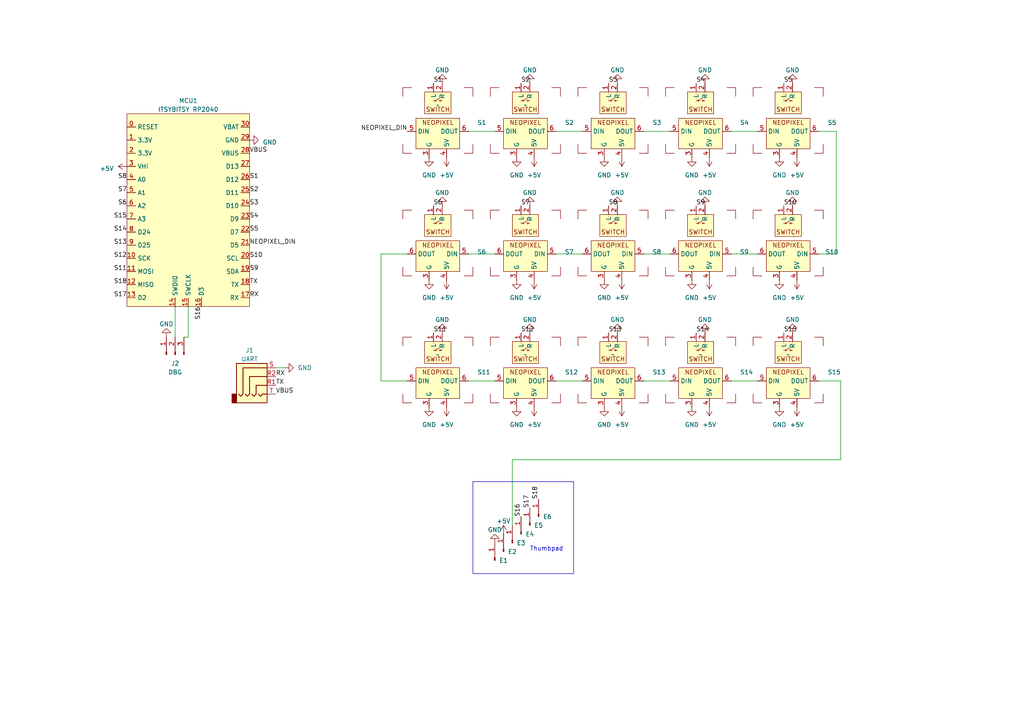
<source format=kicad_sch>
(kicad_sch (version 20230121) (generator eeschema)
  (paper "A4")
  (lib_symbols
    (symbol "Connector:Conn_01x01_Pin" (pin_names (offset 1.016) hide)
      (property "Reference" "J" (at 0 2.54 0))
      (property "Value" "Conn_01x01_Pin" (at 0 -2.54 0))
      (symbol "Conn_01x01_Pin_1_1"
        (polyline (pts (xy 1.27 0) (xy 0.8636 0)) (stroke (width 0.1524)))
        (rectangle (start 0.8636 0.127) (end 0 -0.127) (stroke (width 0.1524)) (fill (type outline)))
        (pin passive line (at 5.08 0 180) (length 3.81) (name "Pin_1") (number "1"))
      )
    )
    (symbol "Connector:Conn_01x03_Pin" (pin_names (offset 1.016) hide)
      (property "Reference" "J" (at 0 5.08 0))
      (property "Value" "Conn_01x03_Pin" (at 0 -5.08 0))
      (symbol "Conn_01x03_Pin_1_1"
        (polyline (pts (xy 1.27 -2.54) (xy 0.8636 -2.54)) (stroke (width 0.1524)))
        (polyline (pts (xy 1.27 0) (xy 0.8636 0)) (stroke (width 0.1524)))
        (polyline (pts (xy 1.27 2.54) (xy 0.8636 2.54)) (stroke (width 0.1524)))
        (rectangle (start 0.8636 -2.413) (end 0 -2.667) (stroke (width 0.1524)) (fill (type outline)))
        (rectangle (start 0.8636 0.127) (end 0 -0.127) (stroke (width 0.1524)) (fill (type outline)))
        (rectangle (start 0.8636 2.667) (end 0 2.413) (stroke (width 0.1524)) (fill (type outline)))
        (pin passive line (at 5.08 2.54 180) (length 3.81) (name "Pin_1") (number "1"))
        (pin passive line (at 5.08 0 180) (length 3.81) (name "Pin_2") (number "2"))
        (pin passive line (at 5.08 -2.54 180) (length 3.81) (name "Pin_3") (number "3"))
      )
    )
    (symbol "Connector_Audio:AudioJack4"
      (property "Reference" "J" (at 0 8.89 0))
      (property "Value" "AudioJack4" (at 0 6.35 0))
      (symbol "AudioJack4_0_1"
        (rectangle (start -6.35 -5.08) (end -7.62 -7.62) (stroke (width 0.254)) (fill (type outline)))
        (polyline (pts (xy 0 -5.08) (xy 0.635 -5.715) (xy 1.27 -5.08) (xy 2.54 -5.08)) (stroke (width 0.254)))
        (polyline (pts (xy -5.715 -5.08) (xy -5.08 -5.715) (xy -4.445 -5.08) (xy -4.445 2.54) (xy 2.54 2.54)) (stroke (width 0.254)))
        (polyline (pts (xy -1.905 -5.08) (xy -1.27 -5.715) (xy -0.635 -5.08) (xy -0.635 -2.54) (xy 2.54 -2.54)) (stroke (width 0.254)))
        (polyline (pts (xy 2.54 0) (xy -2.54 0) (xy -2.54 -5.08) (xy -3.175 -5.715) (xy -3.81 -5.08)) (stroke (width 0.254)))
        (rectangle (start 2.54 3.81) (end -6.35 -7.62) (stroke (width 0.254)) (fill (type background)))
      )
      (symbol "AudioJack4_1_1"
        (pin passive line (at 5.08 -2.54 180) (length 2.54) (name "~") (number "R1"))
        (pin passive line (at 5.08 0 180) (length 2.54) (name "~") (number "R2"))
        (pin passive line (at 5.08 2.54 180) (length 2.54) (name "~") (number "S"))
        (pin passive line (at 5.08 -5.08 180) (length 2.54) (name "~") (number "T"))
      )
    )
    (symbol "library:ITSYBITSY_RP2040"
      (property "Reference" "U1" (at 3.81 41.91 0))
      (property "Value" "ITSYBITSY RP2040" (at 0 11.43 0))
      (symbol "ITSYBITSY_RP2040_1_1"
        (rectangle (start -17.78 39.37) (end 17.78 -16.51) (fill (type background)))
        (pin input line (at -17.78 35.56 0) (length 2.54) (name "RESET") (number "0"))
        (pin power_out line (at -17.78 31.75 0) (length 2.54) (name "3.3V") (number "1"))
        (pin bidirectional line (at -17.78 -2.54 0) (length 2.54) (name "SCK") (number "10"))
        (pin bidirectional line (at -17.78 -6.35 0) (length 2.54) (name "MOSI") (number "11"))
        (pin bidirectional line (at -17.78 -10.16 0) (length 2.54) (name "MISO") (number "12"))
        (pin bidirectional line (at -17.78 -13.97 0) (length 2.54) (name "D2") (number "13"))
        (pin bidirectional line (at -3.81 -16.51 90) (length 2.54) (name "SWDIO") (number "14"))
        (pin bidirectional line (at 0 -16.51 90) (length 2.54) (name "SWCLK") (number "15"))
        (pin bidirectional line (at 3.81 -16.51 90) (length 2.54) (name "D3") (number "16"))
        (pin bidirectional line (at 17.78 -13.97 180) (length 2.54) (name "RX") (number "17"))
        (pin bidirectional line (at 17.78 -10.16 180) (length 2.54) (name "TX") (number "18"))
        (pin bidirectional line (at 17.78 -6.35 180) (length 2.54) (name "SDA") (number "19"))
        (pin power_out line (at -17.78 27.94 0) (length 2.54) (name "3.3V") (number "2"))
        (pin bidirectional line (at 17.78 -2.54 180) (length 2.54) (name "SCL") (number "20"))
        (pin bidirectional line (at 17.78 1.27 180) (length 2.54) (name "D5") (number "21"))
        (pin bidirectional line (at 17.78 5.08 180) (length 2.54) (name "D7") (number "22"))
        (pin bidirectional line (at 17.78 8.89 180) (length 2.54) (name "D9") (number "23"))
        (pin bidirectional line (at 17.78 12.7 180) (length 2.54) (name "D10") (number "24"))
        (pin bidirectional line (at 17.78 16.51 180) (length 2.54) (name "D11") (number "25"))
        (pin bidirectional line (at 17.78 20.32 180) (length 2.54) (name "D12") (number "26"))
        (pin bidirectional line (at 17.78 24.13 180) (length 2.54) (name "D13") (number "27"))
        (pin power_in line (at 17.78 27.94 180) (length 2.54) (name "VBUS") (number "28"))
        (pin power_in line (at 17.78 31.75 180) (length 2.54) (name "GND") (number "29"))
        (pin power_out line (at -17.78 24.13 0) (length 2.54) (name "VHI") (number "3"))
        (pin power_in line (at 17.78 35.56 180) (length 2.54) (name "VBAT") (number "30"))
        (pin bidirectional line (at -17.78 20.32 0) (length 2.54) (name "A0") (number "4"))
        (pin bidirectional line (at -17.78 16.51 0) (length 2.54) (name "A1") (number "5"))
        (pin bidirectional line (at -17.78 12.7 0) (length 2.54) (name "A2") (number "6"))
        (pin bidirectional line (at -17.78 8.89 0) (length 2.54) (name "A3") (number "7"))
        (pin bidirectional line (at -17.78 5.08 0) (length 2.54) (name "D24") (number "8"))
        (pin bidirectional line (at -17.78 1.27 0) (length 2.54) (name "D25") (number "9"))
      )
    )
    (symbol "library:MX_SW_SOCKET_RGB"
      (property "Reference" "S4" (at 11.43 -1.27 0))
      (symbol "MX_SW_SOCKET_RGB_0_1"
        (polyline (pts (xy -1.27 5.08) (xy -0.8247 5.0799)))
        (polyline (pts (xy 1.27 5.08) (xy 0.8247 5.0801)))
        (polyline (pts (xy -10.16 6.35) (xy -10.16 8.89) (xy -7.62 8.89)))
        (polyline (pts (xy -7.62 -10.16) (xy -10.16 -10.16) (xy -10.16 -7.62)))
        (polyline (pts (xy 7.62 8.89) (xy 10.16 8.89) (xy 10.16 6.35)))
        (polyline (pts (xy 10.16 -7.62) (xy 10.16 -10.16) (xy 7.62 -10.16)))
      )
      (symbol "MX_SW_SOCKET_RGB_1_1"
        (rectangle (start -6.35 0) (end 6.35 -8.89) (fill (type background)))
        (rectangle (start -3.81 7.62) (end 3.81 1.27) (fill (type background)))
        (circle (center -0.6173 5.0896) (radius 0.1705))
        (polyline (pts (xy -1.27 5.08) (xy -1.27 7.62)) (stroke (width 0) (type dot)))
        (polyline (pts (xy -0.5184 5.2126) (xy 0.4381 5.7713)))
        (polyline (pts (xy 1.27 7.62) (xy 1.27 5.08)) (stroke (width 0) (type dot)))
        (circle (center 0.6471 5.08) (radius 0.1705))
        (text "NEOPIXEL" (at 0 -1.27 0) (effects (font (size 1.27 1.27))))
        (text "SWITCH" (at 0 2.54 0) (effects (font (size 1.27 1.27))))
        (pin bidirectional line (at -1.27 10.16 270) (length 2.54) (name "L") (number "1"))
        (pin bidirectional line (at 1.27 10.16 270) (length 2.54) (name "R") (number "2"))
        (pin power_in line (at -2.54 -11.43 90) (length 2.54) (name "G") (number "3"))
        (pin power_in line (at 2.54 -11.43 90) (length 2.54) (name "5V") (number "4"))
        (pin input line (at 8.89 -3.81 180) (length 2.54) (name "DIN") (number "5"))
        (pin output line (at -8.89 -3.81 0) (length 2.54) (name "DOUT") (number "6"))
      )
    )
    (symbol "library:MX_SW_SOCKET_RGB_REV"
      (property "Reference" "S6" (at 12.7 -3.2259 0))
      (symbol "MX_SW_SOCKET_RGB_REV_0_1"
        (polyline (pts (xy -1.27 5.08) (xy -0.8247 5.0799)))
        (polyline (pts (xy 1.27 5.08) (xy 0.8247 5.0801)))
        (polyline (pts (xy -10.16 6.35) (xy -10.16 8.89) (xy -7.62 8.89)))
        (polyline (pts (xy -7.62 -10.16) (xy -10.16 -10.16) (xy -10.16 -7.62)))
        (polyline (pts (xy 7.62 8.89) (xy 10.16 8.89) (xy 10.16 6.35)))
        (polyline (pts (xy 10.16 -7.62) (xy 10.16 -10.16) (xy 7.62 -10.16)))
      )
      (symbol "MX_SW_SOCKET_RGB_REV_1_1"
        (rectangle (start -6.35 0) (end 6.35 -8.89) (fill (type background)))
        (rectangle (start -3.81 7.62) (end 3.81 1.27) (fill (type background)))
        (circle (center -0.6173 5.0896) (radius 0.1705))
        (polyline (pts (xy -1.27 5.08) (xy -1.27 7.62)) (stroke (width 0) (type dot)))
        (polyline (pts (xy -0.5184 5.2126) (xy 0.4381 5.7713)))
        (polyline (pts (xy 1.27 7.62) (xy 1.27 5.08)) (stroke (width 0) (type dot)))
        (circle (center 0.6471 5.08) (radius 0.1705))
        (text "NEOPIXEL" (at 0 -1.27 0) (effects (font (size 1.27 1.27))))
        (text "SWITCH" (at 0 2.54 0) (effects (font (size 1.27 1.27))))
        (pin bidirectional line (at -1.27 10.16 270) (length 2.54) (name "L") (number "1"))
        (pin bidirectional line (at 1.27 10.16 270) (length 2.54) (name "R") (number "2"))
        (pin power_in line (at -2.54 -11.43 90) (length 2.54) (name "G") (number "3"))
        (pin power_in line (at 2.54 -11.43 90) (length 2.54) (name "5V") (number "4"))
        (pin input line (at -8.89 -3.81 0) (length 2.54) (name "DIN") (number "5"))
        (pin output line (at 8.89 -3.81 180) (length 2.54) (name "DOUT") (number "6"))
      )
    )
    (symbol "power:+5V" (power) (pin_names (offset 0))
      (property "Value" "+5V" (at 0 3.556 0))
      (symbol "+5V_0_1"
        (polyline (pts (xy -0.762 1.27) (xy 0 2.54)))
        (polyline (pts (xy 0 0) (xy 0 2.54)))
        (polyline (pts (xy 0 2.54) (xy 0.762 1.27)))
      )
      (symbol "+5V_1_1"
        (pin power_in line (at 0 0 90) (length 0) hide (name "+5V") (number "1"))
      )
    )
    (symbol "power:GND" (power) (pin_names (offset 0))
      (property "Value" "GND" (at 0 -3.81 0))
      (symbol "GND_0_1"
        (polyline (pts (xy 0 0) (xy 0 -1.27) (xy 1.27 -1.27) (xy 0 -2.54) (xy -1.27 -1.27) (xy 0 -1.27)))
      )
      (symbol "GND_1_1"
        (pin power_in line (at 0 0 270) (length 0) hide (name "GND") (number "1"))
      )
    )
  )
  (wire (pts (xy 243.84 133.35) (xy 243.84 110.49)))
  (wire (pts (xy 186.69 110.49) (xy 194.31 110.49)))
  (wire (pts (xy 161.29 73.66) (xy 168.91 73.66)))
  (wire (pts (xy 54.61 97.79) (xy 53.34 97.79)))
  (wire (pts (xy 50.8 88.9) (xy 50.8 97.79)))
  (wire (pts (xy 110.49 110.49) (xy 118.11 110.49)))
  (wire (pts (xy 237.49 38.1) (xy 242.57 38.1)))
  (wire (pts (xy 135.89 73.66) (xy 143.51 73.66)))
  (wire (pts (xy 161.29 38.1) (xy 168.91 38.1)))
  (wire (pts (xy 242.57 38.1) (xy 242.57 73.66)))
  (wire (pts (xy 161.29 110.49) (xy 168.91 110.49)))
  (wire (pts (xy 148.59 133.35) (xy 243.84 133.35)))
  (wire (pts (xy 242.57 73.66) (xy 237.49 73.66)))
  (wire (pts (xy 212.09 38.1) (xy 219.71 38.1)))
  (wire (pts (xy 148.59 152.4) (xy 148.59 133.35)))
  (wire (pts (xy 135.89 110.49) (xy 143.51 110.49)))
  (wire (pts (xy 110.49 73.66) (xy 110.49 110.49)))
  (wire (pts (xy 186.69 73.66) (xy 194.31 73.66)))
  (wire (pts (xy 54.61 88.9) (xy 54.61 97.79)))
  (wire (pts (xy 82.55 106.68) (xy 80.01 106.68)))
  (wire (pts (xy 212.09 73.66) (xy 219.71 73.66)))
  (wire (pts (xy 186.69 38.1) (xy 194.31 38.1)))
  (wire (pts (xy 212.09 110.49) (xy 219.71 110.49)))
  (wire (pts (xy 135.89 38.1) (xy 143.51 38.1)))
  (wire (pts (xy 243.84 110.49) (xy 237.49 110.49)))
  (wire (pts (xy 118.11 73.66) (xy 110.49 73.66)))
  (rectangle (start 137.16 139.7) (end 166.37 166.37))
  (text "Thumbpad\n" (at 153.67 160.02 0) (effects (font (size 1.27 1.27)) (justify left bottom)))
  (label "S17" (at 153.67 147.32 90))
  (label "VBUS" (at 72.39 44.45 0))
  (label "RX" (at 80.01 109.22 0))
  (label "S15" (at 36.83 63.5 180))
  (label "NEOPIXEL_DIN" (at 72.39 71.12 0))
  (label "S6" (at 36.83 59.69 180))
  (label "S10" (at 72.39 74.93 0))
  (label "S5" (at 227.33 24.13 0))
  (label "TX" (at 72.39 82.55 0))
  (label "TX" (at 80.01 111.76 0))
  (label "S1" (at 72.39 52.07 0))
  (label "S4" (at 72.39 63.5 0))
  (label "S9" (at 201.93 59.69 0))
  (label "S14" (at 36.83 67.31 180))
  (label "S17" (at 36.83 86.36 180))
  (label "S5" (at 72.39 67.31 0))
  (label "S7" (at 36.83 55.88 180))
  (label "S16" (at 58.42 88.9 270))
  (label "S9" (at 72.39 78.74 0))
  (label "S2" (at 72.39 55.88 0))
  (label "S3" (at 72.39 59.69 0))
  (label "S15" (at 227.33 96.52 0))
  (label "S11" (at 36.83 78.74 180))
  (label "S2" (at 151.13 24.13 0))
  (label "S18" (at 36.83 82.55 180))
  (label "S7" (at 151.13 59.69 0))
  (label "S12" (at 36.83 74.93 180))
  (label "S4" (at 201.93 24.13 0))
  (label "S13" (at 36.83 71.12 180))
  (label "S18" (at 156.21 144.78 90))
  (label "S8" (at 176.53 59.69 0))
  (label "S11" (at 125.73 96.52 0))
  (label "S16" (at 151.13 149.86 90))
  (label "VBUS" (at 80.01 114.3 0))
  (label "S10" (at 227.33 59.69 0))
  (label "S8" (at 36.83 52.07 180))
  (label "S13" (at 176.53 96.52 0))
  (label "S14" (at 201.93 96.52 0))
  (label "NEOPIXEL_DIN" (at 118.11 38.1 180))
  (label "S12" (at 151.13 96.52 0))
  (label "S3" (at 176.53 24.13 0))
  (label "S6" (at 125.73 59.69 0))
  (label "S1" (at 125.73 24.13 0))
  (label "RX" (at 72.39 86.36 0))
  (symbol (lib_id "library:MX_SW_SOCKET_RGB_REV") (at 203.2 34.29 0) (unit 1)
    (property "Reference" "S4" (at 214.63 35.56 0) (effects (justify left)))
    (property "Value" "MX_SW_SOCKET_LED" (effects hide))
    (property "Footprint" "Footprints:MX_SW_SOCKET_LED_REV" (effects hide))
  )
  (symbol (lib_id "power:GND") (at 153.67 96.52 180) (unit 1)
    (property "Reference" "#PWR027" (effects hide))
    (property "Value" "GND" (at 153.67 92.71 0))
  )
  (symbol (lib_id "power:GND") (at 128.27 24.13 180) (unit 1)
    (property "Reference" "#PWR03" (effects hide))
    (property "Value" "GND" (at 128.27 20.32 0))
  )
  (symbol (lib_id "power:GND") (at 149.86 118.11 0) (unit 1)
    (property "Reference" "#PWR026" (effects hide))
    (property "Value" "GND" (at 149.86 123.19 0))
  )
  (symbol (lib_id "library:MX_SW_SOCKET_RGB") (at 127 69.85 0) (unit 1)
    (property "Reference" "S6" (at 139.7 73.0759 0))
    (property "Value" "MX_SW_SOCKET_RGB_REV" (effects hide))
    (property "Footprint" "Footprints:MX_SW_SOCKET_LED" (effects hide))
  )
  (symbol (lib_id "power:GND") (at 124.46 118.11 0) (unit 1)
    (property "Reference" "#PWR031" (effects hide))
    (property "Value" "GND" (at 124.46 123.19 0))
  )
  (symbol (lib_id "power:GND") (at 200.66 118.11 0) (unit 1)
    (property "Reference" "#PWR035" (effects hide))
    (property "Value" "GND" (at 200.66 123.19 0))
  )
  (symbol (lib_id "power:+5V") (at 231.14 81.28 180) (unit 1)
    (property "Reference" "#PWR025" (effects hide))
    (property "Value" "+5V" (at 231.14 86.36 0))
  )
  (symbol (lib_id "Connector:Conn_01x01_Pin") (at 153.67 152.4 90) (unit 1)
    (property "Reference" "E5" (at 154.94 152.4 90) (effects (justify right)))
    (property "Value" "Conn_01x01_Pin" (effects hide))
    (property "Footprint" "Footprints:Pin0.9mm" (effects hide))
  )
  (symbol (lib_id "power:+5V") (at 205.74 45.72 180) (unit 1)
    (property "Reference" "#PWR012" (effects hide))
    (property "Value" "+5V" (at 205.74 50.8 0))
  )
  (symbol (lib_id "power:GND") (at 175.26 118.11 0) (unit 1)
    (property "Reference" "#PWR029" (effects hide))
    (property "Value" "GND" (at 175.26 123.19 0))
  )
  (symbol (lib_id "power:GND") (at 229.87 24.13 180) (unit 1)
    (property "Reference" "#PWR014" (effects hide))
    (property "Value" "GND" (at 229.87 20.32 0))
  )
  (symbol (lib_id "power:+5V") (at 129.54 118.11 180) (unit 1)
    (property "Reference" "#PWR033" (effects hide))
    (property "Value" "+5V" (at 129.54 123.19 0))
  )
  (symbol (lib_id "power:GND") (at 200.66 81.28 0) (unit 1)
    (property "Reference" "#PWR022" (effects hide))
    (property "Value" "GND" (at 200.66 86.36 0))
  )
  (symbol (lib_id "power:GND") (at 72.39 40.64 90) (unit 1)
    (property "Reference" "#PWR047" (effects hide))
    (property "Value" "GND" (at 76.2 41.275 90) (effects (justify right)))
  )
  (symbol (lib_id "power:GND") (at 226.06 45.72 0) (unit 1)
    (property "Reference" "#PWR013" (effects hide))
    (property "Value" "GND" (at 226.06 50.8 0))
  )
  (symbol (lib_id "power:GND") (at 200.66 45.72 0) (unit 1)
    (property "Reference" "#PWR010" (effects hide))
    (property "Value" "GND" (at 200.66 50.8 0))
  )
  (symbol (lib_id "power:GND") (at 229.87 96.52 180) (unit 1)
    (property "Reference" "#PWR039" (effects hide))
    (property "Value" "GND" (at 229.87 92.71 0))
  )
  (symbol (lib_id "power:GND") (at 175.26 45.72 0) (unit 1)
    (property "Reference" "#PWR07" (effects hide))
    (property "Value" "GND" (at 175.26 50.8 0))
  )
  (symbol (lib_id "power:GND") (at 48.26 97.79 180) (unit 1)
    (property "Reference" "#PWR049" (effects hide))
    (property "Value" "GND" (at 48.26 93.98 0))
  )
  (symbol (lib_id "power:+5V") (at 180.34 118.11 180) (unit 1)
    (property "Reference" "#PWR034" (effects hide))
    (property "Value" "+5V" (at 180.34 123.19 0))
  )
  (symbol (lib_id "power:GND") (at 143.51 157.48 180) (unit 1)
    (property "Reference" "#PWR050" (effects hide))
    (property "Value" "GND" (at 143.51 153.67 0))
  )
  (symbol (lib_id "power:GND") (at 149.86 45.72 0) (unit 1)
    (property "Reference" "#PWR04" (effects hide))
    (property "Value" "GND" (at 149.86 50.8 0))
  )
  (symbol (lib_id "power:GND") (at 204.47 59.69 180) (unit 1)
    (property "Reference" "#PWR042" (effects hide))
    (property "Value" "GND" (at 204.47 55.88 0))
  )
  (symbol (lib_id "power:GND") (at 179.07 59.69 180) (unit 1)
    (property "Reference" "#PWR043" (effects hide))
    (property "Value" "GND" (at 179.07 55.88 0))
  )
  (symbol (lib_id "power:+5V") (at 231.14 45.72 180) (unit 1)
    (property "Reference" "#PWR015" (effects hide))
    (property "Value" "+5V" (at 231.14 50.8 0))
  )
  (symbol (lib_id "power:+5V") (at 154.94 45.72 180) (unit 1)
    (property "Reference" "#PWR06" (effects hide))
    (property "Value" "+5V" (at 154.94 50.8 0))
  )
  (symbol (lib_id "power:GND") (at 204.47 24.13 180) (unit 1)
    (property "Reference" "#PWR011" (effects hide))
    (property "Value" "GND" (at 204.47 20.32 0))
  )
  (symbol (lib_id "power:+5V") (at 205.74 118.11 180) (unit 1)
    (property "Reference" "#PWR037" (effects hide))
    (property "Value" "+5V" (at 205.74 123.19 0))
  )
  (symbol (lib_id "library:MX_SW_SOCKET_RGB_REV") (at 203.2 106.68 0) (unit 1)
    (property "Reference" "S14" (at 214.63 107.95 0) (effects (justify left)))
    (property "Value" "~" (at 203.2 102.87 0))
    (property "Footprint" "Footprints:MX_SW_SOCKET_LED_REV" (effects hide))
  )
  (symbol (lib_id "Connector:Conn_01x03_Pin") (at 50.8 102.87 90) (unit 1)
    (property "Reference" "J2" (at 50.8 105.41 90))
    (property "Value" "DBG" (at 50.8 107.95 90))
    (property "Footprint" "Connector_PinSocket_2.54mm:PinSocket_1x03_P2.54mm_Vertical" (effects hide))
  )
  (symbol (lib_id "power:GND") (at 179.07 24.13 180) (unit 1)
    (property "Reference" "#PWR08" (effects hide))
    (property "Value" "GND" (at 179.07 20.32 0))
  )
  (symbol (lib_id "power:GND") (at 124.46 81.28 0) (unit 1)
    (property "Reference" "#PWR016" (effects hide))
    (property "Value" "GND" (at 124.46 86.36 0))
  )
  (symbol (lib_id "Connector:Conn_01x01_Pin") (at 148.59 157.48 90) (unit 1)
    (property "Reference" "E3" (at 149.86 157.48 90) (effects (justify right)))
    (property "Value" "Conn_01x01_Pin" (effects hide))
    (property "Footprint" "Footprints:Pin0.9mm" (effects hide))
  )
  (symbol (lib_id "library:MX_SW_SOCKET_RGB_REV") (at 152.4 106.68 0) (unit 1)
    (property "Reference" "S12" (at 163.83 107.95 0) (effects (justify left)))
    (property "Value" "~" (at 152.4 102.87 0))
    (property "Footprint" "Footprints:MX_SW_SOCKET_LED_REV" (effects hide))
  )
  (symbol (lib_id "power:GND") (at 149.86 81.28 0) (unit 1)
    (property "Reference" "#PWR018" (effects hide))
    (property "Value" "GND" (at 149.86 86.36 0))
  )
  (symbol (lib_id "Connector:Conn_01x01_Pin") (at 156.21 149.86 90) (unit 1)
    (property "Reference" "E6" (at 157.48 149.86 90) (effects (justify right)))
    (property "Value" "Conn_01x01_Pin" (effects hide))
    (property "Footprint" "Footprints:Pin0.9mm" (effects hide))
  )
  (symbol (lib_id "Connector_Audio:AudioJack4") (at 74.93 109.22 0) (unit 1)
    (property "Reference" "J1" (at 72.39 101.6 0))
    (property "Value" "UART" (at 72.39 104.14 0))
    (property "Footprint" "Connector_Audio:Jack_3.5mm_KoreanHropartsElec_PJ-320D-4A_Horizontal" (effects hide))
  )
  (symbol (lib_id "library:MX_SW_SOCKET_RGB_REV") (at 127 34.29 0) (unit 1)
    (property "Reference" "S1" (at 138.43 35.56 0) (effects (justify left)))
    (property "Value" "~" (at 127 30.48 0))
    (property "Footprint" "Footprints:MX_SW_SOCKET_LED_REV" (effects hide))
  )
  (symbol (lib_id "power:GND") (at 128.27 59.69 180) (unit 1)
    (property "Reference" "#PWR045" (effects hide))
    (property "Value" "GND" (at 128.27 55.88 0))
  )
  (symbol (lib_id "library:MX_SW_SOCKET_RGB") (at 203.2 69.85 0) (unit 1)
    (property "Reference" "S9" (at 215.9 73.0759 0))
    (property "Value" "MX_SW_SOCKET_RGB_REV" (effects hide))
    (property "Footprint" "Footprints:MX_SW_SOCKET_LED" (effects hide))
  )
  (symbol (lib_id "power:GND") (at 179.07 96.52 180) (unit 1)
    (property "Reference" "#PWR030" (effects hide))
    (property "Value" "GND" (at 179.07 92.71 0))
  )
  (symbol (lib_id "power:+5V") (at 154.94 81.28 180) (unit 1)
    (property "Reference" "#PWR019" (effects hide))
    (property "Value" "+5V" (at 154.94 86.36 0))
  )
  (symbol (lib_id "power:GND") (at 82.55 106.68 90) (unit 1)
    (property "Reference" "#PWR048" (effects hide))
    (property "Value" "GND" (at 86.36 106.68 90) (effects (justify right)))
  )
  (symbol (lib_id "library:MX_SW_SOCKET_RGB") (at 152.4 69.85 0) (unit 1)
    (property "Reference" "S7" (at 165.1 73.0759 0))
    (property "Value" "MX_SW_SOCKET_RGB_REV" (effects hide))
    (property "Footprint" "Footprints:MX_SW_SOCKET_LED" (effects hide))
  )
  (symbol (lib_id "power:+5V") (at 231.14 118.11 180) (unit 1)
    (property "Reference" "#PWR040" (effects hide))
    (property "Value" "+5V" (at 231.14 123.19 0))
  )
  (symbol (lib_id "power:GND") (at 153.67 59.69 180) (unit 1)
    (property "Reference" "#PWR044" (effects hide))
    (property "Value" "GND" (at 153.67 55.88 0))
  )
  (symbol (lib_id "power:+5V") (at 180.34 81.28 180) (unit 1)
    (property "Reference" "#PWR021" (effects hide))
    (property "Value" "+5V" (at 180.34 86.36 0))
  )
  (symbol (lib_id "library:MX_SW_SOCKET_RGB_REV") (at 127 106.68 0) (unit 1)
    (property "Reference" "S11" (at 138.43 107.95 0) (effects (justify left)))
    (property "Value" "~" (at 127 102.87 0))
    (property "Footprint" "Footprints:MX_SW_SOCKET_LED_REV" (effects hide))
  )
  (symbol (lib_id "power:+5V") (at 129.54 81.28 180) (unit 1)
    (property "Reference" "#PWR017" (effects hide))
    (property "Value" "+5V" (at 129.54 86.36 0))
  )
  (symbol (lib_id "library:MX_SW_SOCKET_RGB_REV") (at 228.6 106.68 0) (unit 1)
    (property "Reference" "S15" (at 240.03 107.95 0) (effects (justify left)))
    (property "Value" "~" (at 228.6 102.87 0))
    (property "Footprint" "Footprints:MX_SW_SOCKET_LED_REV" (effects hide))
  )
  (symbol (lib_id "power:GND") (at 124.46 45.72 0) (unit 1)
    (property "Reference" "#PWR01" (effects hide))
    (property "Value" "GND" (at 124.46 50.8 0))
  )
  (symbol (lib_id "power:GND") (at 204.47 96.52 180) (unit 1)
    (property "Reference" "#PWR036" (effects hide))
    (property "Value" "GND" (at 204.47 92.71 0))
  )
  (symbol (lib_id "power:GND") (at 175.26 81.28 0) (unit 1)
    (property "Reference" "#PWR020" (effects hide))
    (property "Value" "GND" (at 175.26 86.36 0))
  )
  (symbol (lib_id "Connector:Conn_01x01_Pin") (at 143.51 162.56 90) (unit 1)
    (property "Reference" "E1" (at 144.78 162.56 90) (effects (justify right)))
    (property "Value" "Conn_01x01_Pin" (effects hide))
    (property "Footprint" "Footprints:Pin0.9mm" (effects hide))
  )
  (symbol (lib_id "Connector:Conn_01x01_Pin") (at 146.05 160.02 90) (unit 1)
    (property "Reference" "E2" (at 147.32 160.02 90) (effects (justify right)))
    (property "Value" "Conn_01x01_Pin" (effects hide))
    (property "Footprint" "Footprints:Pin0.9mm" (effects hide))
  )
  (symbol (lib_id "power:+5V") (at 154.94 118.11 180) (unit 1)
    (property "Reference" "#PWR028" (effects hide))
    (property "Value" "+5V" (at 154.94 123.19 0))
  )
  (symbol (lib_id "power:GND") (at 226.06 81.28 0) (unit 1)
    (property "Reference" "#PWR024" (effects hide))
    (property "Value" "GND" (at 226.06 86.36 0))
  )
  (symbol (lib_id "library:MX_SW_SOCKET_RGB_REV") (at 228.6 34.29 0) (unit 1)
    (property "Reference" "S5" (at 240.03 35.56 0) (effects (justify left)))
    (property "Value" "MX_SW_SOCKET_LED" (effects hide))
    (property "Footprint" "Footprints:MX_SW_SOCKET_LED_REV" (effects hide))
  )
  (symbol (lib_id "power:+5V") (at 205.74 81.28 180) (unit 1)
    (property "Reference" "#PWR023" (effects hide))
    (property "Value" "+5V" (at 205.74 86.36 0))
  )
  (symbol (lib_id "Connector:Conn_01x01_Pin") (at 151.13 154.94 90) (unit 1)
    (property "Reference" "E4" (at 152.4 154.94 90) (effects (justify right)))
    (property "Value" "Conn_01x01_Pin" (effects hide))
    (property "Footprint" "Footprints:Pin0.9mm" (effects hide))
  )
  (symbol (lib_id "library:MX_SW_SOCKET_RGB_REV") (at 177.8 34.29 0) (unit 1)
    (property "Reference" "S3" (at 189.23 35.56 0) (effects (justify left)))
    (property "Value" "MX_SW_SOCKET_LED" (effects hide))
    (property "Footprint" "Footprints:MX_SW_SOCKET_LED_REV" (effects hide))
  )
  (symbol (lib_id "power:GND") (at 128.27 96.52 180) (unit 1)
    (property "Reference" "#PWR032" (effects hide))
    (property "Value" "GND" (at 128.27 92.71 0))
  )
  (symbol (lib_id "power:+5V") (at 36.83 48.26 90) (unit 1)
    (property "Reference" "#PWR046" (effects hide))
    (property "Value" "+5V" (at 33.02 48.895 90) (effects (justify left)))
  )
  (symbol (lib_id "power:+5V") (at 146.05 154.94 0) (unit 1)
    (property "Reference" "#PWR051" (effects hide))
    (property "Value" "+5V" (at 146.05 151.13 0))
  )
  (symbol (lib_id "library:MX_SW_SOCKET_RGB_REV") (at 152.4 34.29 0) (unit 1)
    (property "Reference" "S2" (at 163.83 35.56 0) (effects (justify left)))
    (property "Value" "~" (at 152.4 30.48 0))
    (property "Footprint" "Footprints:MX_SW_SOCKET_LED_REV" (effects hide))
  )
  (symbol (lib_id "power:GND") (at 153.67 24.13 180) (unit 1)
    (property "Reference" "#PWR05" (effects hide))
    (property "Value" "GND" (at 153.67 20.32 0))
  )
  (symbol (lib_id "power:GND") (at 226.06 118.11 0) (unit 1)
    (property "Reference" "#PWR038" (effects hide))
    (property "Value" "GND" (at 226.06 123.19 0))
  )
  (symbol (lib_id "power:+5V") (at 129.54 45.72 180) (unit 1)
    (property "Reference" "#PWR02" (effects hide))
    (property "Value" "+5V" (at 129.54 50.8 0))
  )
  (symbol (lib_id "power:+5V") (at 180.34 45.72 180) (unit 1)
    (property "Reference" "#PWR09" (effects hide))
    (property "Value" "+5V" (at 180.34 50.8 0))
  )
  (symbol (lib_id "library:ITSYBITSY_RP2040") (at 54.61 72.39 0) (unit 1)
    (property "Reference" "MCU1" (at 54.61 29.21 0))
    (property "Value" "ITSYBITSY RP2040" (at 54.61 31.75 0))
    (property "Footprint" "Footprints:ITSYBITSY BREAKOUT" (effects hide))
  )
  (symbol (lib_id "library:MX_SW_SOCKET_RGB") (at 177.8 69.85 0) (unit 1)
    (property "Reference" "S8" (at 190.5 73.0759 0))
    (property "Value" "MX_SW_SOCKET_RGB_REV" (effects hide))
    (property "Footprint" "Footprints:MX_SW_SOCKET_LED" (effects hide))
  )
  (symbol (lib_id "library:MX_SW_SOCKET_RGB") (at 228.6 69.85 0) (unit 1)
    (property "Reference" "S10" (at 241.3 73.0759 0))
    (property "Value" "MX_SW_SOCKET_RGB_REV" (effects hide))
    (property "Footprint" "Footprints:MX_SW_SOCKET_LED" (effects hide))
  )
  (symbol (lib_id "library:MX_SW_SOCKET_RGB_REV") (at 177.8 106.68 0) (unit 1)
    (property "Reference" "S13" (at 189.23 107.95 0) (effects (justify left)))
    (property "Value" "~" (at 177.8 102.87 0))
    (property "Footprint" "Footprints:MX_SW_SOCKET_LED_REV" (effects hide))
  )
  (symbol (lib_id "power:GND") (at 229.87 59.69 180) (unit 1)
    (property "Reference" "#PWR041" (effects hide))
    (property "Value" "GND" (at 229.87 55.88 0))
  )
)
</source>
